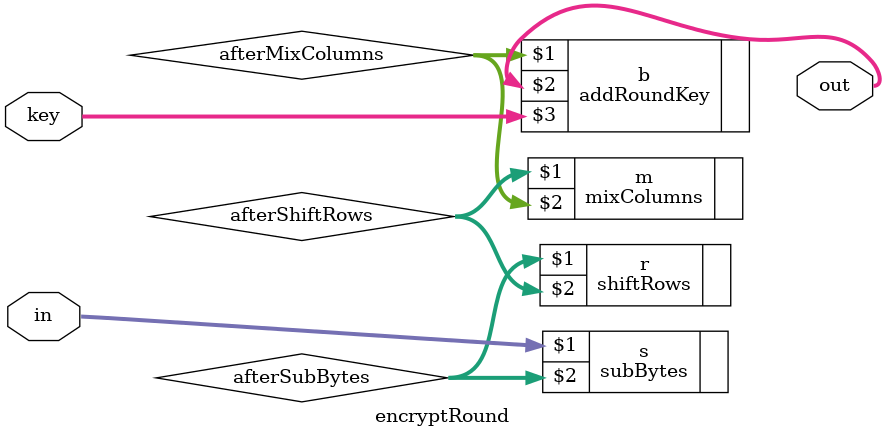
<source format=v>
module encryptRound(in,key,out);
	input [127:0] in;
	output [127:0] out;
	input [127:0] key;
	wire [127:0] afterSubBytes;
	wire [127:0] afterShiftRows;
	wire [127:0] afterMixColumns;
	wire [127:0] afterAddroundKey;

	subBytes s(in,afterSubBytes);
	shiftRows r(afterSubBytes,afterShiftRows);
	mixColumns m(afterShiftRows,afterMixColumns);
	addRoundKey b(afterMixColumns,out,key);
		
endmodule
</source>
